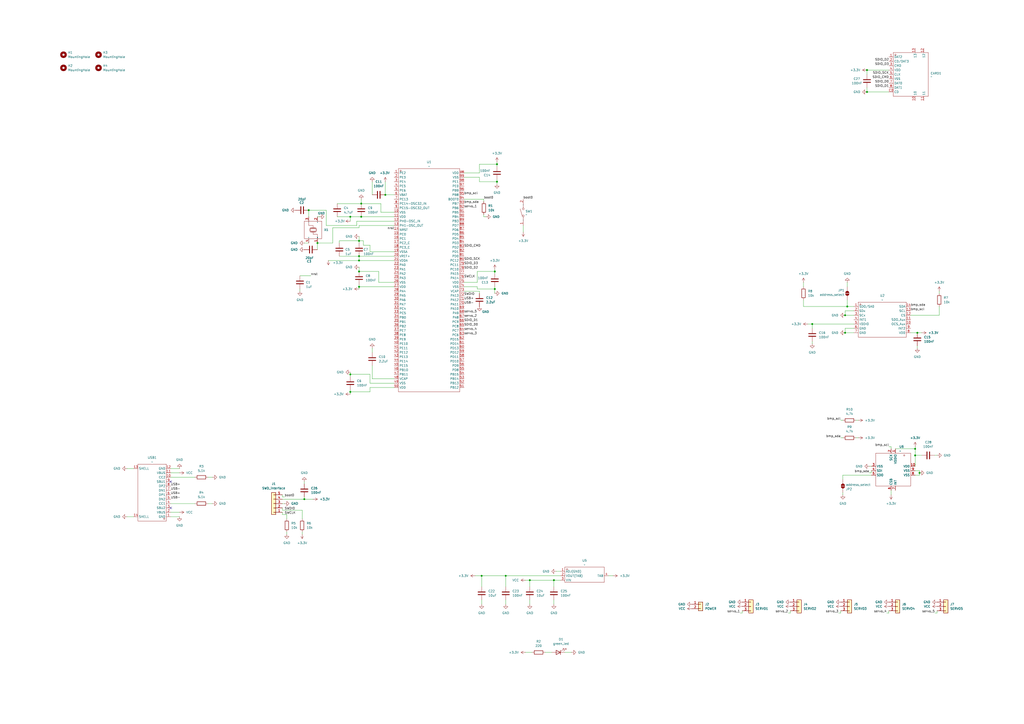
<source format=kicad_sch>
(kicad_sch (version 20231120) (generator "eeschema") (generator_version "8.0")
  (paper "A2")
  (title_block (title "SRS Flight Computer") (date "2024-11-22") (rev "V1"))
  (junction (at 208.28 148.59))
  (junction (at 203.2 227.33))
  (junction (at 533.4 274.32))
  (junction (at 184.15 140.97))
  (junction (at 287.02 157.48))
  (junction (at 279.4 334.01))
  (junction (at 307.34 336.55))
  (junction (at 530.86 264.16))
  (junction (at 288.29 95.25))
  (junction (at 203.2 125.73))
  (junction (at 288.29 105.41))
  (junction (at 490.22 182.88))
  (junction (at 502.92 40.64))
  (junction (at 223.52 113.03))
  (junction (at 293.37 334.01))
  (junction (at 208.28 166.37))
  (junction (at 471.17 187.96))
  (junction (at 208.28 151.13))
  (junction (at 209.55 125.73))
  (junction (at 179.07 121.92))
  (junction (at 208.28 139.7))
  (junction (at 209.55 118.11))
  (junction (at 208.28 157.48))
  (junction (at 502.92 53.34))
  (junction (at 530.86 260.35))
  (junction (at 491.49 177.8))
  (junction (at 203.2 217.17))
  (junction (at 287.02 167.64))
  (junction (at 532.13 193.04))
  (junction (at 490.22 193.04))
  (junction (at 176.53 289.56))
  (junction (at 321.31 336.55))
  (no_connect (at 99.06 294.64))
  (no_connect (at 99.06 279.4))
  (wire (pts (xy 208.28 166.37) (xy 228.6 166.37)))
  (wire (pts (xy 287.02 167.64) (xy 287.02 170.18)))
  (wire (pts (xy 275.59 334.01) (xy 279.4 334.01)))
  (wire (pts (xy 279.4 334.01) (xy 279.4 340.36)))
  (wire (pts (xy 515.62 259.08) (xy 516.89 259.08)))
  (wire (pts (xy 516.89 259.08) (xy 516.89 260.35)))
  (wire (pts (xy 220.98 123.19) (xy 220.98 118.11)))
  (wire (pts (xy 278.13 170.18) (xy 278.13 168.91)))
  (wire (pts (xy 278.13 102.87) (xy 278.13 105.41)))
  (wire (pts (xy 502.92 40.64) (xy 502.92 43.18)))
  (wire (pts (xy 228.6 224.79) (xy 214.63 224.79)))
  (wire (pts (xy 208.28 151.13) (xy 228.6 151.13)))
  (wire (pts (xy 176.53 140.97) (xy 179.07 140.97)))
  (wire (pts (xy 502.92 40.64) (xy 515.62 40.64)))
  (wire (pts (xy 496.57 254) (xy 497.84 254)))
  (wire (pts (xy 491.49 173.99) (xy 491.49 177.8)))
  (wire (pts (xy 193.04 132.08) (xy 208.28 132.08)))
  (wire (pts (xy 543.56 355.6) (xy 543.56 354.33)))
  (wire (pts (xy 491.49 163.83) (xy 491.49 166.37)))
  (wire (pts (xy 287.02 157.48) (xy 287.02 158.75)))
  (wire (pts (xy 196.85 139.7) (xy 196.85 140.97)))
  (wire (pts (xy 208.28 132.08) (xy 208.28 130.81)))
  (wire (pts (xy 487.68 243.84) (xy 488.95 243.84)))
  (wire (pts (xy 196.85 148.59) (xy 208.28 148.59)))
  (wire (pts (xy 173.99 160.02) (xy 180.34 160.02)))
  (wire (pts (xy 487.68 254) (xy 488.95 254)))
  (wire (pts (xy 214.63 146.05) (xy 214.63 142.24)))
  (wire (pts (xy 528.32 193.04) (xy 532.13 193.04)))
  (wire (pts (xy 488.95 287.02) (xy 488.95 285.75)))
  (wire (pts (xy 533.4 275.59) (xy 530.86 275.59)))
  (wire (pts (xy 175.26 295.91) (xy 175.26 300.99)))
  (wire (pts (xy 505.46 275.59) (xy 488.95 275.59)))
  (wire (pts (xy 269.24 100.33) (xy 278.13 100.33)))
  (wire (pts (xy 532.13 200.66) (xy 532.13 201.93)))
  (wire (pts (xy 321.31 336.55) (xy 321.31 340.36)))
  (wire (pts (xy 223.52 113.03) (xy 228.6 113.03)))
  (wire (pts (xy 278.13 100.33) (xy 278.13 95.25)))
  (wire (pts (xy 210.82 142.24) (xy 210.82 139.7)))
  (wire (pts (xy 458.47 355.6) (xy 457.2 355.6)))
  (wire (pts (xy 215.9 201.93) (xy 215.9 204.47)))
  (wire (pts (xy 304.8 336.55) (xy 307.34 336.55)))
  (wire (pts (xy 203.2 125.73) (xy 203.2 128.27)))
  (wire (pts (xy 543.56 355.6) (xy 542.29 355.6)))
  (wire (pts (xy 209.55 115.57) (xy 209.55 118.11)))
  (wire (pts (xy 214.63 142.24) (xy 210.82 142.24)))
  (wire (pts (xy 99.06 299.72) (xy 104.14 299.72)))
  (wire (pts (xy 280.67 124.46) (xy 280.67 125.73)))
  (wire (pts (xy 528.32 182.88) (xy 544.83 182.88)))
  (wire (pts (xy 173.99 167.64) (xy 173.99 168.91)))
  (wire (pts (xy 491.49 177.8) (xy 495.3 177.8)))
  (wire (pts (xy 165.1 288.29) (xy 163.83 288.29)))
  (wire (pts (xy 287.02 156.21) (xy 287.02 157.48)))
  (wire (pts (xy 502.92 50.8) (xy 502.92 53.34)))
  (wire (pts (xy 99.06 276.86) (xy 113.03 276.86)))
  (wire (pts (xy 288.29 96.52) (xy 288.29 95.25)))
  (wire (pts (xy 214.63 217.17) (xy 203.2 217.17)))
  (wire (pts (xy 327.66 378.46) (xy 331.47 378.46)))
  (wire (pts (xy 215.9 219.71) (xy 215.9 212.09)))
  (wire (pts (xy 208.28 148.59) (xy 208.28 151.13)))
  (wire (pts (xy 288.29 105.41) (xy 288.29 104.14)))
  (wire (pts (xy 490.22 182.88) (xy 495.3 182.88)))
  (wire (pts (xy 203.2 226.06) (xy 203.2 227.33)))
  (wire (pts (xy 176.53 289.56) (xy 163.83 289.56)))
  (wire (pts (xy 490.22 190.5) (xy 490.22 193.04)))
  (wire (pts (xy 203.2 217.17) (xy 203.2 218.44)))
  (wire (pts (xy 458.47 355.6) (xy 458.47 354.33)))
  (wire (pts (xy 196.85 139.7) (xy 208.28 139.7)))
  (wire (pts (xy 99.06 297.18) (xy 104.14 297.18)))
  (wire (pts (xy 316.23 378.46) (xy 320.04 378.46)))
  (wire (pts (xy 184.15 140.97) (xy 193.04 140.97)))
  (wire (pts (xy 515.62 355.6) (xy 514.35 355.6)))
  (wire (pts (xy 207.01 128.27) (xy 207.01 130.81)))
  (wire (pts (xy 176.53 279.4) (xy 176.53 280.67)))
  (wire (pts (xy 505.46 274.32) (xy 505.46 273.05)))
  (wire (pts (xy 278.13 95.25) (xy 288.29 95.25)))
  (wire (pts (xy 184.15 140.97) (xy 184.15 144.78)))
  (wire (pts (xy 176.53 288.29) (xy 176.53 289.56)))
  (wire (pts (xy 163.83 298.45) (xy 163.83 297.18)))
  (wire (pts (xy 189.23 130.81) (xy 189.23 121.92)))
  (wire (pts (xy 471.17 187.96) (xy 471.17 190.5)))
  (wire (pts (xy 73.66 299.72) (xy 77.47 299.72)))
  (wire (pts (xy 228.6 219.71) (xy 215.9 219.71)))
  (wire (pts (xy 193.04 140.97) (xy 193.04 132.08)))
  (wire (pts (xy 214.63 222.25) (xy 214.63 217.17)))
  (wire (pts (xy 181.61 289.56) (xy 176.53 289.56)))
  (wire (pts (xy 228.6 148.59) (xy 208.28 148.59)))
  (wire (pts (xy 99.06 274.32) (xy 104.14 274.32)))
  (wire (pts (xy 307.34 347.98) (xy 307.34 350.52)))
  (wire (pts (xy 208.28 137.16) (xy 208.28 139.7)))
  (wire (pts (xy 530.86 259.08) (xy 530.86 260.35)))
  (wire (pts (xy 175.26 308.61) (xy 175.26 309.88)))
  (wire (pts (xy 276.86 163.83) (xy 276.86 157.48)))
  (wire (pts (xy 280.67 115.57) (xy 269.24 115.57)))
  (wire (pts (xy 228.6 146.05) (xy 214.63 146.05)))
  (wire (pts (xy 293.37 334.01) (xy 293.37 340.36)))
  (wire (pts (xy 228.6 128.27) (xy 207.01 128.27)))
  (wire (pts (xy 179.07 121.92) (xy 179.07 125.73)))
  (wire (pts (xy 214.63 224.79) (xy 214.63 227.33)))
  (wire (pts (xy 515.62 355.6) (xy 515.62 354.33)))
  (wire (pts (xy 530.86 264.16) (xy 530.86 270.51)))
  (wire (pts (xy 185.42 125.73) (xy 184.15 125.73)))
  (wire (pts (xy 166.37 298.45) (xy 166.37 300.99)))
  (wire (pts (xy 210.82 139.7) (xy 208.28 139.7)))
  (wire (pts (xy 303.53 130.81) (xy 303.53 134.62)))
  (wire (pts (xy 325.12 336.55) (xy 321.31 336.55)))
  (wire (pts (xy 269.24 163.83) (xy 276.86 163.83)))
  (wire (pts (xy 321.31 347.98) (xy 321.31 350.52)))
  (wire (pts (xy 208.28 166.37) (xy 208.28 167.64)))
  (wire (pts (xy 228.6 123.19) (xy 220.98 123.19)))
  (wire (pts (xy 163.83 288.29) (xy 163.83 287.02)))
  (wire (pts (xy 490.22 193.04) (xy 495.3 193.04)))
  (wire (pts (xy 278.13 168.91) (xy 269.24 168.91)))
  (wire (pts (xy 189.23 121.92) (xy 179.07 121.92)))
  (wire (pts (xy 530.86 264.16) (xy 534.67 264.16)))
  (wire (pts (xy 214.63 227.33) (xy 203.2 227.33)))
  (wire (pts (xy 293.37 334.01) (xy 279.4 334.01)))
  (wire (pts (xy 487.68 355.6) (xy 487.68 354.33)))
  (wire (pts (xy 209.55 125.73) (xy 228.6 125.73)))
  (wire (pts (xy 190.5 151.13) (xy 208.28 151.13)))
  (wire (pts (xy 223.52 105.41) (xy 223.52 113.03)))
  (wire (pts (xy 219.71 163.83) (xy 219.71 157.48)))
  (wire (pts (xy 163.83 295.91) (xy 175.26 295.91)))
  (wire (pts (xy 279.4 347.98) (xy 279.4 350.52)))
  (wire (pts (xy 166.37 308.61) (xy 166.37 309.88)))
  (wire (pts (xy 495.3 190.5) (xy 490.22 190.5)))
  (wire (pts (xy 307.34 336.55) (xy 307.34 340.36)))
  (wire (pts (xy 530.86 273.05) (xy 533.4 273.05)))
  (wire (pts (xy 220.98 118.11) (xy 209.55 118.11)))
  (wire (pts (xy 215.9 105.41) (xy 215.9 113.03)))
  (wire (pts (xy 430.53 355.6) (xy 429.26 355.6)))
  (wire (pts (xy 533.4 273.05) (xy 533.4 274.32)))
  (wire (pts (xy 496.57 243.84) (xy 497.84 243.84)))
  (wire (pts (xy 322.58 331.47) (xy 325.12 331.47)))
  (wire (pts (xy 504.19 274.32) (xy 505.46 274.32)))
  (wire (pts (xy 276.86 166.37) (xy 269.24 166.37)))
  (wire (pts (xy 468.63 187.96) (xy 471.17 187.96)))
  (wire (pts (xy 120.65 276.86) (xy 123.19 276.86)))
  (wire (pts (xy 203.2 215.9) (xy 203.2 217.17)))
  (wire (pts (xy 99.06 271.78) (xy 104.14 271.78)))
  (wire (pts (xy 491.49 177.8) (xy 466.09 177.8)))
  (wire (pts (xy 502.92 53.34) (xy 515.62 53.34)))
  (wire (pts (xy 504.19 270.51) (xy 505.46 270.51)))
  (wire (pts (xy 293.37 347.98) (xy 293.37 350.52)))
  (wire (pts (xy 532.13 193.04) (xy 534.67 193.04)))
  (wire (pts (xy 519.43 260.35) (xy 530.86 260.35)))
  (wire (pts (xy 280.67 125.73) (xy 281.94 125.73)))
  (wire (pts (xy 195.58 118.11) (xy 209.55 118.11)))
  (wire (pts (xy 208.28 154.94) (xy 208.28 157.48)))
  (wire (pts (xy 288.29 106.68) (xy 288.29 105.41)))
  (wire (pts (xy 287.02 167.64) (xy 287.02 166.37)))
  (wire (pts (xy 269.24 102.87) (xy 278.13 102.87)))
  (wire (pts (xy 542.29 264.16) (xy 543.56 264.16)))
  (wire (pts (xy 430.53 355.6) (xy 430.53 354.33)))
  (wire (pts (xy 208.28 139.7) (xy 208.28 140.97)))
  (wire (pts (xy 488.95 275.59) (xy 488.95 278.13)))
  (wire (pts (xy 99.06 292.1) (xy 113.03 292.1)))
  (wire (pts (xy 533.4 274.32) (xy 533.4 275.59)))
  (wire (pts (xy 278.13 105.41) (xy 288.29 105.41)))
  (wire (pts (xy 203.2 227.33) (xy 203.2 228.6)))
  (wire (pts (xy 325.12 334.01) (xy 293.37 334.01)))
  (wire (pts (xy 163.83 298.45) (xy 166.37 298.45)))
  (wire (pts (xy 276.86 167.64) (xy 287.02 167.64)))
  (wire (pts (xy 203.2 125.73) (xy 209.55 125.73)))
  (wire (pts (xy 280.67 115.57) (xy 280.67 116.84)))
  (wire (pts (xy 530.86 260.35) (xy 530.86 264.16)))
  (wire (pts (xy 288.29 95.25) (xy 288.29 93.98)))
  (wire (pts (xy 208.28 130.81) (xy 228.6 130.81)))
  (wire (pts (xy 490.22 180.34) (xy 495.3 180.34)))
  (wire (pts (xy 487.68 355.6) (xy 486.41 355.6)))
  (wire (pts (xy 120.65 292.1) (xy 123.19 292.1)))
  (wire (pts (xy 466.09 177.8) (xy 466.09 173.99)))
  (wire (pts (xy 471.17 187.96) (xy 495.3 187.96)))
  (wire (pts (xy 490.22 180.34) (xy 490.22 182.88)))
  (wire (pts (xy 195.58 125.73) (xy 203.2 125.73)))
  (wire (pts (xy 544.83 182.88) (xy 544.83 177.8)))
  (wire (pts (xy 304.8 378.46) (xy 308.61 378.46)))
  (wire (pts (xy 163.83 295.91) (xy 163.83 294.64)))
  (wire (pts (xy 321.31 336.55) (xy 307.34 336.55)))
  (wire (pts (xy 228.6 222.25) (xy 214.63 222.25)))
  (wire (pts (xy 353.06 334.01) (xy 355.6 334.01)))
  (wire (pts (xy 466.09 163.83) (xy 466.09 166.37)))
  (wire (pts (xy 165.1 292.1) (xy 163.83 292.1)))
  (wire (pts (xy 228.6 163.83) (xy 219.71 163.83)))
  (wire (pts (xy 73.66 271.78) (xy 77.47 271.78)))
  (wire (pts (xy 208.28 165.1) (xy 208.28 166.37)))
  (wire (pts (xy 276.86 167.64) (xy 276.86 166.37)))
  (wire (pts (xy 207.01 130.81) (xy 189.23 130.81)))
  (wire (pts (xy 471.17 198.12) (xy 471.17 199.39)))
  (wire (pts (xy 219.71 157.48) (xy 208.28 157.48)))
  (wire (pts (xy 276.86 157.48) (xy 287.02 157.48)))
  (wire (pts (xy 544.83 168.91) (xy 544.83 170.18)))
  (wire (pts (xy 516.89 284.48) (xy 516.89 287.02)))
  (label "nrst" (at 180.34 160.02 0))
  (label "USB-" (at 269.24 176.53 0))
  (label "SDIO_D0" (at 515.62 48.26 180))
  (label "SDIO_D3" (at 269.24 153.67 0))
  (label "USB+" (at 269.24 173.99 0))
  (label "bmp_scl" (at 528.32 180.34 0))
  (label "servo_1" (at 269.24 120.65 0))
  (label "SWDIO" (at 269.24 171.45 0))
  (label "bmp_scl" (at 515.62 259.08 180))
  (label "SWDIO" (at 165.1 295.91 0))
  (label "SWCLK" (at 269.24 161.29 0))
  (label "servo_2" (at 457.2 355.6 180))
  (label "servo_4" (at 514.35 355.6 180))
  (label "SDIO_D2" (at 269.24 156.21 0))
  (label "USB+" (at 99.06 287.02 0))
  (label "SDIO_SCK" (at 515.62 43.18 180))
  (label "servo_3" (at 269.24 194.31 0))
  (label "bmp_sda" (at 487.68 254 180))
  (label "servo_5" (at 269.24 181.61 0))
  (label "SDIO_D2" (at 515.62 35.56 180))
  (label "SWCLK" (at 165.1 298.45 0))
  (label "boot0" (at 165.1 288.29 0))
  (label "bmp_sda" (at 504.19 274.32 180))
  (label "servo_2" (at 269.24 184.15 0))
  (label "servo_3" (at 486.41 355.6 180))
  (label "USB-" (at 99.06 289.56 0))
  (label "USB+" (at 99.06 281.94 0))
  (label "SDIO_D1" (at 269.24 186.69 0))
  (label "boot0" (at 303.53 115.57 0))
  (label "servo_1" (at 429.26 355.6 180))
  (label "SDIO_CMD" (at 515.62 45.72 180))
  (label "SDIO_D0" (at 269.24 189.23 0))
  (label "bmp_scl" (at 269.24 113.03 0))
  (label "SDIO_SCK" (at 269.24 151.13 0))
  (label "bmp_sda" (at 528.32 177.8 0))
  (label "servo_4" (at 269.24 191.77 0))
  (label "USB-" (at 99.06 284.48 0))
  (label "SDIO_CMD" (at 269.24 143.51 0))
  (label "nrst" (at 228.6 133.35 180))
  (label "bmp_sda" (at 269.24 118.11 0))
  (label "bmp_scl" (at 487.68 243.84 180))
  (label "SDIO_D1" (at 515.62 50.8 180))
  (label "servo_5" (at 542.29 355.6 180))
  (label "boot0" (at 280.67 115.57 0))
  (label "SDIO_D3" (at 515.62 38.1 180))
  (symbol (lib_id "power:VCC") (at 515.62 351.79 90) (unit 1)
    (property "Reference" "#PWR076" (effects (hide yes)))
    (property "Value" "VCC" (at 511.81 351.7899 90) (effects (justify left)))
    (property "Description" "Power symbol creates a global label with name \"VCC\"" (effects (hide yes)))
  )
  (symbol (lib_id "power:GND") (at 281.94 125.73 90) (unit 1)
    (property "Reference" "#PWR018" (effects (hide yes)))
    (property "Value" "GND" (at 285.75 125.7299 90) (effects (justify right)))
    (property "Description" "Power symbol creates a global label with name \"GND\" , ground" (effects (hide yes)))
  )
  (symbol (lib_id "power:+3.3V") (at 516.89 287.02 180) (unit 1)
    (property "Reference" "#PWR069" (effects (hide yes)))
    (property "Value" "+3.3V" (at 516.89 292.1 0))
    (property "Description" "Power symbol creates a global label with name \"+3.3V\"" (effects (hide yes)))
  )
  (symbol (lib_id "power:GND") (at 185.42 125.73 90) (unit 1)
    (property "Reference" "#PWR05" (effects (hide yes)))
    (property "Value" "GND" (at 184.404 123.698 90) (effects (justify right)))
    (property "Description" "Power symbol creates a global label with name \"GND\" , ground" (effects (hide yes)))
  )
  (symbol (lib_id "LSM6DSOWTR:LSM6DSOWTR") (at 511.81 185.42 0) (unit 1)
    (property "Reference" "U2" (at 511.81 171.45 0))
    (property "Value" "~" (at 511.81 173.99 0))
    (property "Footprint" "LSM6DSOWTR:LGA-14L_L3.0-W2.5-P0.50-TL" (effects (hide yes)))
    (property "Datasheet" "https://atta.szlcsc.com/upload/public/pdf/source/20230412/FD6F226AC58BB77B57FDA28B11AEF599.pdf" (effects (hide yes)))
    (property "Manufacturer Part" "LSM6DSOWTR" (effects (hide yes)))
    (property "Manufacturer" "ST(意法半导体)" (effects (hide yes)))
    (property "Supplier Part" "C2829074" (effects (hide yes)))
    (property "Supplier" "LCSC" (effects (hide yes)))
    (property "LCSC Part Name" "LSM6DSOWTR" (effects (hide yes)))
  )
  (symbol (lib_id "Device:C") (at 208.28 161.29 180) (unit 1)
    (property "Reference" "C8" (at 212.09 160.0199 0) (effects (justify right)))
    (property "Value" "100nF" (at 212.09 162.5599 0) (effects (justify right)))
    (property "Footprint" "Capacitor_SMD:C_0402_1005Metric" (effects (hide yes)))
    (property "Description" "Unpolarized capacitor" (effects (hide yes)))
  )
  (symbol (lib_id "power:GND") (at 533.4 274.32 90) (unit 1)
    (property "Reference" "#PWR065" (effects (hide yes)))
    (property "Value" "GND" (at 537.21 274.3199 90) (effects (justify right)))
    (property "Description" "Power symbol creates a global label with name \"GND\" , ground" (effects (hide yes)))
  )
  (symbol (lib_id "power:GND") (at 458.47 349.25 270) (unit 1)
    (property "Reference" "#PWR074" (effects (hide yes)))
    (property "Value" "GND" (at 454.66 349.2499 90) (effects (justify right)))
    (property "Description" "Power symbol creates a global label with name \"GND\" , ground" (effects (hide yes)))
  )
  (symbol (lib_id "power:+3.3V") (at 544.83 168.91 0) (unit 1)
    (property "Reference" "#PWR034" (effects (hide yes)))
    (property "Value" "+3.3V" (at 544.83 163.83 0))
    (property "Description" "Power symbol creates a global label with name \"+3.3V\"" (effects (hide yes)))
  )
  (symbol (lib_id "power:GND") (at 215.9 105.41 180) (unit 1)
    (property "Reference" "#PWR014" (effects (hide yes)))
    (property "Value" "GND" (at 215.9 100.33 0))
    (property "Description" "Power symbol creates a global label with name \"GND\" , ground" (effects (hide yes)))
  )
  (symbol (lib_id "power:+3.3V") (at 287.02 156.21 0) (unit 1)
    (property "Reference" "#PWR019" (effects (hide yes)))
    (property "Value" "+3.3V" (at 287.02 151.13 0))
    (property "Description" "Power symbol creates a global label with name \"+3.3V\"" (effects (hide yes)))
  )
  (symbol (lib_id "power:+3.3V") (at 468.63 187.96 90) (unit 1)
    (property "Reference" "#PWR039" (effects (hide yes)))
    (property "Value" "+3.3V" (at 464.82 187.9599 90) (effects (justify left)))
    (property "Description" "Power symbol creates a global label with name \"+3.3V\"" (effects (hide yes)))
  )
  (symbol (lib_id "power:GND") (at 104.14 299.72 0) (unit 1)
    (property "Reference" "#PWR031" (effects (hide yes)))
    (property "Value" "GND" (at 104.14 304.8 0))
    (property "Description" "Power symbol creates a global label with name \"GND\" , ground" (effects (hide yes)))
  )
  (symbol (lib_id "power:GND") (at 279.4 350.52 0) (unit 1)
    (property "Reference" "#PWR051" (effects (hide yes)))
    (property "Value" "GND" (at 279.4 355.6 0))
    (property "Description" "Power symbol creates a global label with name \"GND\" , ground" (effects (hide yes)))
  )
  (symbol (lib_id "Device:C") (at 180.34 144.78 270) (unit 1)
    (property "Reference" "C3" (at 179.324 151.638 90))
    (property "Value" "20pF" (at 179.578 149.606 90))
    (property "Footprint" "Capacitor_SMD:C_0402_1005Metric" (effects (hide yes)))
    (property "Description" "Unpolarized capacitor" (effects (hide yes)))
  )
  (symbol (lib_id "power:+3.3V") (at 530.86 259.08 0) (unit 1)
    (property "Reference" "#PWR067" (effects (hide yes)))
    (property "Value" "+3.3V" (at 530.86 254 0))
    (property "Description" "Power symbol creates a global label with name \"+3.3V\"" (effects (hide yes)))
  )
  (symbol (lib_id "power:VCC") (at 458.47 351.79 90) (unit 1)
    (property "Reference" "#PWR075" (effects (hide yes)))
    (property "Value" "VCC" (at 454.66 351.7899 90) (effects (justify left)))
    (property "Description" "Power symbol creates a global label with name \"VCC\"" (effects (hide yes)))
  )
  (symbol (lib_id "Device:C") (at 203.2 222.25 180) (unit 1)
    (property "Reference" "C6" (at 207.01 220.9799 0) (effects (justify right)))
    (property "Value" "100nF" (at 207.01 223.5199 0) (effects (justify right)))
    (property "Footprint" "Capacitor_SMD:C_0402_1005Metric" (effects (hide yes)))
    (property "Description" "Unpolarized capacitor" (effects (hide yes)))
  )
  (symbol (lib_id "Device:R") (at 492.76 254 270) (unit 1)
    (property "Reference" "R9" (at 492.76 247.65 90))
    (property "Value" "4.7k" (at 492.76 250.19 90))
    (property "Footprint" "Resistor_SMD:R_0402_1005Metric" (effects (hide yes)))
    (property "Description" "Resistor" (effects (hide yes)))
  )
  (symbol (lib_id "Device:C") (at 293.37 344.17 0) (unit 1)
    (property "Reference" "C23" (at 297.18 342.8999 0) (effects (justify left)))
    (property "Value" "100nF" (at 297.18 345.4399 0) (effects (justify left)))
    (property "Footprint" "Capacitor_SMD:C_0402_1005Metric" (effects (hide yes)))
    (property "Description" "Unpolarized capacitor" (effects (hide yes)))
  )
  (symbol (lib_id "power:GND") (at 288.29 106.68 0) (unit 1)
    (property "Reference" "#PWR022" (effects (hide yes)))
    (property "Value" "GND" (at 288.29 111.76 0))
    (property "Description" "Power symbol creates a global label with name \"GND\" , ground" (effects (hide yes)))
  )
  (symbol (lib_id "Jumper:SolderJumper_2_Open") (at 491.49 170.18 90) (unit 1) (exclude_from_sim yes) (in_bom no)
    (property "Reference" "JP1" (at 486.156 168.402 90) (effects (justify right)))
    (property "Value" "address_select" (at 475.488 170.942 90) (effects (justify right)))
    (property "Footprint" "Jumper:SolderJumper-2_P1.3mm_Open_RoundedPad1.0x1.5mm" (effects (hide yes)))
    (property "Description" "Solder Jumper, 2-pole, open" (effects (hide yes)))
  )
  (symbol (lib_id "power:+3.3V") (at 304.8 378.46 90) (unit 1)
    (property "Reference" "#PWR024" (effects (hide yes)))
    (property "Value" "+3.3V" (at 300.99 378.4599 90) (effects (justify left)))
    (property "Description" "Power symbol creates a global label with name \"+3.3V\"" (effects (hide yes)))
  )
  (symbol (lib_id "power:GND") (at 307.34 350.52 0) (unit 1)
    (property "Reference" "#PWR054" (effects (hide yes)))
    (property "Value" "GND" (at 307.34 355.6 0))
    (property "Description" "Power symbol creates a global label with name \"GND\" , ground" (effects (hide yes)))
  )
  (symbol (lib_id "power:GND") (at 208.28 137.16 270) (unit 1)
    (property "Reference" "#PWR010" (effects (hide yes)))
    (property "Value" "GND" (at 204.47 137.1599 90) (effects (justify right)))
    (property "Description" "Power symbol creates a global label with name \"GND\" , ground" (effects (hide yes)))
  )
  (symbol (lib_id "Device:R") (at 492.76 243.84 270) (unit 1)
    (property "Reference" "R10" (at 492.76 237.49 90))
    (property "Value" "4.7k" (at 492.76 240.03 90))
    (property "Footprint" "Resistor_SMD:R_0402_1005Metric" (effects (hide yes)))
    (property "Description" "Resistor" (effects (hide yes)))
  )
  (symbol (lib_id "power:GND") (at 502.92 53.34 270) (unit 1)
    (property "Reference" "#PWR064" (effects (hide yes)))
    (property "Value" "GND" (at 499.11 53.3399 90) (effects (justify right)))
    (property "Description" "Power symbol creates a global label with name \"GND\" , ground" (effects (hide yes)))
  )
  (symbol (lib_id "power:GND") (at 123.19 292.1 90) (unit 1)
    (property "Reference" "#PWR033" (effects (hide yes)))
    (property "Value" "GND" (at 127 292.0999 90) (effects (justify right)))
    (property "Description" "Power symbol creates a global label with name \"GND\" , ground" (effects (hide yes)))
  )
  (symbol (lib_id "Device:C") (at 219.71 113.03 90) (unit 1)
    (property "Reference" "C11" (at 219.71 105.41 90))
    (property "Value" "100nF" (at 219.71 107.95 90))
    (property "Footprint" "Capacitor_SMD:C_0402_1005Metric" (effects (hide yes)))
    (property "Description" "Unpolarized capacitor" (effects (hide yes)))
  )
  (symbol (lib_id "power:GND") (at 287.02 170.18 90) (unit 1)
    (property "Reference" "#PWR020" (effects (hide yes)))
    (property "Value" "GND" (at 290.83 170.1799 90) (effects (justify right)))
    (property "Description" "Power symbol creates a global label with name \"GND\" , ground" (effects (hide yes)))
  )
  (symbol (lib_id "Device:R") (at 116.84 292.1 90) (unit 1)
    (property "Reference" "R4" (at 116.84 285.75 90))
    (property "Value" "5.1k" (at 116.84 288.29 90))
    (property "Footprint" "Resistor_SMD:R_0402_1005Metric" (effects (hide yes)))
    (property "Description" "Resistor" (effects (hide yes)))
  )
  (symbol (lib_id "power:+3.3V") (at 223.52 105.41 0) (unit 1)
    (property "Reference" "#PWR016" (effects (hide yes)))
    (property "Value" "+3.3V" (at 220.218 100.33 0) (effects (justify left)))
    (property "Description" "Power symbol creates a global label with name \"+3.3V\"" (effects (hide yes)))
  )
  (symbol (lib_id "power:+3.3V") (at 203.2 228.6 90) (unit 1)
    (property "Reference" "#PWR09" (effects (hide yes)))
    (property "Value" "+3.3V" (at 199.39 228.5999 90) (effects (justify left)))
    (property "Description" "Power symbol creates a global label with name \"+3.3V\"" (effects (hide yes)))
  )
  (symbol (lib_id "Mechanical:MountingHole") (at 57.15 31.75 0) (unit 1) (exclude_from_sim yes) (in_bom no)
    (property "Reference" "H3" (at 59.69 30.4799 0) (effects (justify left)))
    (property "Value" "MountingHole" (at 59.69 33.0199 0) (effects (justify left)))
    (property "Footprint" "MountingHole:MountingHole_4.3mm_M4_DIN965_Pad" (effects (hide yes)))
    (property "Description" "Mounting Hole without connection" (effects (hide yes)))
  )
  (symbol (lib_id "power:VCC") (at 430.53 351.79 90) (unit 1)
    (property "Reference" "#PWR073" (effects (hide yes)))
    (property "Value" "VCC" (at 426.72 351.7899 90) (effects (justify left)))
    (property "Description" "Power symbol creates a global label with name \"VCC\"" (effects (hide yes)))
  )
  (symbol (lib_id "Device:C") (at 532.13 196.85 180) (unit 1)
    (property "Reference" "C15" (at 535.94 195.5799 0) (effects (justify right)))
    (property "Value" "100nF" (at 535.94 198.1199 0) (effects (justify right)))
    (property "Footprint" "Capacitor_SMD:C_0402_1005Metric" (effects (hide yes)))
    (property "Description" "Unpolarized capacitor" (effects (hide yes)))
  )
  (symbol (lib_id "Connector_Generic:Conn_01x02") (at 406.4 350.52 0) (unit 1)
    (property "Reference" "J2" (at 408.94 350.5199 0) (effects (justify left)))
    (property "Value" "POWER" (at 408.94 353.0599 0) (effects (justify left)))
    (property "Footprint" "Connector_PinHeader_2.54mm:PinHeader_1x02_P2.54mm_Vertical" (effects (hide yes)))
    (property "Description" "Generic connector, single row, 01x02, script generated (kicad-library-utils/schlib/autogen/connector/)" (effects (hide yes)))
  )
  (symbol (lib_id "power:GND") (at 73.66 271.78 270) (unit 1)
    (property "Reference" "#PWR026" (effects (hide yes)))
    (property "Value" "GND" (at 69.85 271.7799 90) (effects (justify right)))
    (property "Description" "Power symbol creates a global label with name \"GND\" , ground" (effects (hide yes)))
  )
  (symbol (lib_id "power:+3.3V") (at 190.5 151.13 180) (unit 1)
    (property "Reference" "#PWR06" (effects (hide yes)))
    (property "Value" "+3.3V" (at 193.04 152.3999 0) (effects (justify right)))
    (property "Description" "Power symbol creates a global label with name \"+3.3V\"" (effects (hide yes)))
  )
  (symbol (lib_id "Device:C") (at 502.92 46.99 180) (unit 1)
    (property "Reference" "C27" (at 495.046 45.72 0) (effects (justify right)))
    (property "Value" "100nF" (at 494.03 48.26 0) (effects (justify right)))
    (property "Footprint" "Capacitor_SMD:C_0402_1005Metric" (effects (hide yes)))
    (property "Description" "Unpolarized capacitor" (effects (hide yes)))
  )
  (symbol (lib_id "power:+3.3V") (at 208.28 167.64 90) (unit 1)
    (property "Reference" "#PWR012" (effects (hide yes)))
    (property "Value" "+3.3V" (at 204.47 167.6399 90) (effects (justify left)))
    (property "Description" "Power symbol creates a global label with name \"+3.3V\"" (effects (hide yes)))
  )
  (symbol (lib_id "Device:C") (at 471.17 194.31 0) (unit 1)
    (property "Reference" "C16" (at 474.98 193.0399 0) (effects (justify left)))
    (property "Value" "100nF" (at 474.98 195.5799 0) (effects (justify left)))
    (property "Footprint" "Capacitor_SMD:C_0402_1005Metric" (effects (hide yes)))
    (property "Description" "Unpolarized capacitor" (effects (hide yes)))
  )
  (symbol (lib_id "Connector_Generic:Conn_01x03") (at 492.76 351.79 0) (unit 1)
    (property "Reference" "J5" (at 495.3 350.5199 0) (effects (justify left)))
    (property "Value" "SERVO3" (at 495.3 353.0599 0) (effects (justify left)))
    (property "Footprint" "Connector_PinHeader_2.54mm:PinHeader_1x03_P2.54mm_Vertical" (effects (hide yes)))
    (property "Description" "Generic connector, single row, 01x03, script generated (kicad-library-utils/schlib/autogen/connector/)" (effects (hide yes)))
  )
  (symbol (lib_id "power:VCC") (at 401.32 353.06 90) (unit 1)
    (property "Reference" "#PWR053" (effects (hide yes)))
    (property "Value" "VCC" (at 397.51 353.0599 90) (effects (justify left)))
    (property "Description" "Power symbol creates a global label with name \"VCC\"" (effects (hide yes)))
  )
  (symbol (lib_id "Device:R") (at 116.84 276.86 90) (unit 1)
    (property "Reference" "R3" (at 116.84 270.51 90))
    (property "Value" "5.1k" (at 116.84 273.05 90))
    (property "Footprint" "Resistor_SMD:R_0402_1005Metric" (effects (hide yes)))
    (property "Description" "Resistor" (effects (hide yes)))
  )
  (symbol (lib_id "Mechanical:MountingHole") (at 36.83 39.37 0) (unit 1) (exclude_from_sim yes) (in_bom no)
    (property "Reference" "H2" (at 39.37 38.0999 0) (effects (justify left)))
    (property "Value" "MountingHole" (at 39.37 40.6399 0) (effects (justify left)))
    (property "Footprint" "MountingHole:MountingHole_4.3mm_M4_DIN965_Pad" (effects (hide yes)))
    (property "Description" "Mounting Hole without connection" (effects (hide yes)))
  )
  (symbol (lib_id "Device:LED") (at 323.85 378.46 180) (unit 1)
    (property "Reference" "D1" (at 325.4375 370.84 0))
    (property "Value" "green_led" (at 325.4375 373.38 0))
    (property "Footprint" "LED_SMD:LED_0603_1608Metric" (effects (hide yes)))
    (property "Description" "Light emitting diode" (effects (hide yes)))
  )
  (symbol (lib_id "power:+3.3V") (at 175.26 309.88 180) (unit 1)
    (property "Reference" "#PWR060" (effects (hide yes)))
    (property "Value" "+3.3V" (at 175.26 314.96 0))
    (property "Description" "Power symbol creates a global label with name \"+3.3V\"" (effects (hide yes)))
  )
  (symbol (lib_id "Mechanical:MountingHole") (at 57.15 39.37 0) (unit 1) (exclude_from_sim yes) (in_bom no)
    (property "Reference" "H4" (at 59.69 38.0999 0) (effects (justify left)))
    (property "Value" "MountingHole" (at 59.69 40.6399 0) (effects (justify left)))
    (property "Footprint" "MountingHole:MountingHole_4.3mm_M4_DIN965_Pad" (effects (hide yes)))
    (property "Description" "Mounting Hole without connection" (effects (hide yes)))
  )
  (symbol (lib_id "Device:C") (at 176.53 284.48 180) (unit 1)
    (property "Reference" "C26" (at 180.34 283.2099 0) (effects (justify right)))
    (property "Value" "100nF" (at 180.34 285.7499 0) (effects (justify right)))
    (property "Footprint" "Capacitor_SMD:C_0402_1005Metric" (effects (hide yes)))
    (property "Description" "Unpolarized capacitor" (effects (hide yes)))
  )
  (symbol (lib_id "power:GND") (at 322.58 331.47 270) (unit 1)
    (property "Reference" "#PWR056" (effects (hide yes)))
    (property "Value" "GND" (at 318.77 331.4699 90) (effects (justify right)))
    (property "Description" "Power symbol creates a global label with name \"GND\" , ground" (effects (hide yes)))
  )
  (symbol (lib_id "power:+3.3V") (at 303.53 134.62 180) (unit 1)
    (property "Reference" "#PWR023" (effects (hide yes)))
    (property "Value" "+3.3V" (at 303.53 139.7 0))
    (property "Description" "Power symbol creates a global label with name \"+3.3V\"" (effects (hide yes)))
  )
  (symbol (lib_id "Device:C") (at 279.4 344.17 0) (unit 1)
    (property "Reference" "C22" (at 283.21 342.8999 0) (effects (justify left)))
    (property "Value" "10uF" (at 283.21 345.4399 0) (effects (justify left)))
    (property "Footprint" "Capacitor_SMD:C_0402_1005Metric" (effects (hide yes)))
    (property "Description" "Unpolarized capacitor" (effects (hide yes)))
  )
  (symbol (lib_id "power:GND") (at 278.13 177.8 0) (unit 1)
    (property "Reference" "#PWR017" (effects (hide yes)))
    (property "Value" "GND" (at 281.686 180.848 0))
    (property "Description" "Power symbol creates a global label with name \"GND\" , ground" (effects (hide yes)))
  )
  (symbol (lib_id "power:GND") (at 515.62 349.25 270) (unit 1)
    (property "Reference" "#PWR049" (effects (hide yes)))
    (property "Value" "GND" (at 511.81 349.2499 90) (effects (justify right)))
    (property "Description" "Power symbol creates a global label with name \"GND\" , ground" (effects (hide yes)))
  )
  (symbol (lib_id "AMS1117-3.3:AMS1117-3.3_C347222") (at 340.36 334.01 0) (unit 1)
    (property "Reference" "U5" (at 339.09 325.12 0))
    (property "Value" "~" (at 339.09 327.66 0))
    (property "Footprint" "AMS1117-3.3:SOT-223-4_L6.5-W3.5-P2.30-LS7.0-BR" (effects (hide yes)))
    (property "Datasheet" "https://atta.szlcsc.com/upload/public/pdf/source/20231109/155D79A26D9DB04352555A58D5969DC8.pdf" (effects (hide yes)))
    (property "Description" "Output Type: Maximum Input Voltage:12V Output Voltage:3.3V Output Voltage:3.3V MAX Output Current:1A Power Supply Rejection Ratio (PSRR):60dB@(120Hz) Dropout Voltage:1.3V@(1A) standby current:- Noise:- Feature:- Operating Temperature:- Operating Temperatu" (effects (hide yes)))
    (property "Manufacturer Part" "AMS1117-3.3" (effects (hide yes)))
    (property "Manufacturer" "UMW(友台半导体)" (effects (hide yes)))
    (property "Supplier Part" "C347222" (effects (hide yes)))
    (property "Supplier" "LCSC" (effects (hide yes)))
    (property "LCSC Part Name" "输出:3.3V 电流:1A 耐压:12V" (effects (hide yes)))
  )
  (symbol (lib_id "power:+3.3V") (at 181.61 289.56 270) (unit 1)
    (property "Reference" "#PWR062" (effects (hide yes)))
    (property "Value" "+3.3V" (at 185.42 289.5599 90) (effects (justify left)))
    (property "Description" "Power symbol creates a global label with name \"+3.3V\"" (effects (hide yes)))
  )
  (symbol (lib_id "Device:R") (at 312.42 378.46 270) (unit 1)
    (property "Reference" "R2" (at 312.42 372.11 90))
    (property "Value" "220" (at 312.42 374.65 90))
    (property "Footprint" "Resistor_SMD:R_0402_1005Metric" (effects (hide yes)))
    (property "Description" "Resistor" (effects (hide yes)))
  )
  (symbol (lib_id "power:GND") (at 173.99 168.91 0) (unit 1)
    (property "Reference" "#PWR02" (effects (hide yes)))
    (property "Value" "GND" (at 173.99 173.99 0))
    (property "Description" "Power symbol creates a global label with name \"GND\" , ground" (effects (hide yes)))
  )
  (symbol (lib_id "Connector_Generic:Conn_01x03") (at 463.55 351.79 0) (unit 1)
    (property "Reference" "J4" (at 466.09 350.5199 0) (effects (justify left)))
    (property "Value" "SERVO2" (at 466.09 353.0599 0) (effects (justify left)))
    (property "Footprint" "Connector_PinHeader_2.54mm:PinHeader_1x03_P2.54mm_Vertical" (effects (hide yes)))
    (property "Description" "Generic connector, single row, 01x03, script generated (kicad-library-utils/schlib/autogen/connector/)" (effects (hide yes)))
  )
  (symbol (lib_id "power:GND") (at 401.32 350.52 270) (unit 1)
    (property "Reference" "#PWR071" (effects (hide yes)))
    (property "Value" "GND" (at 397.51 350.5199 90) (effects (justify right)))
    (property "Description" "Power symbol creates a global label with name \"GND\" , ground" (effects (hide yes)))
  )
  (symbol (lib_id "power:+3.3V") (at 534.67 193.04 270) (unit 1)
    (property "Reference" "#PWR037" (effects (hide yes)))
    (property "Value" "+3.3V" (at 538.48 193.0399 90) (effects (justify left)))
    (property "Description" "Power symbol creates a global label with name \"+3.3V\"" (effects (hide yes)))
  )
  (symbol (lib_id "power:GND") (at 171.45 121.92 270) (unit 1)
    (property "Reference" "#PWR01" (effects (hide yes)))
    (property "Value" "GND" (at 167.64 121.9199 90) (effects (justify right)))
    (property "Description" "Power symbol creates a global label with name \"GND\" , ground" (effects (hide yes)))
  )
  (symbol (lib_id "Device:C") (at 195.58 121.92 0) (unit 1)
    (property "Reference" "C4" (at 199.39 120.6499 0) (effects (justify left)))
    (property "Value" "4.7uF" (at 199.39 123.1899 0) (effects (justify left)))
    (property "Footprint" "Capacitor_SMD:C_0402_1005Metric" (effects (hide yes)))
    (property "Description" "Unpolarized capacitor" (effects (hide yes)))
  )
  (symbol (lib_id "power:GND") (at 488.95 287.02 0) (unit 1)
    (property "Reference" "#PWR079" (effects (hide yes)))
    (property "Value" "GND" (at 488.95 292.1 0))
    (property "Description" "Power symbol creates a global label with name \"GND\" , ground" (effects (hide yes)))
  )
  (symbol (lib_id "X322525MSB4SI:X322525MSB4SI") (at 181.61 133.35 90) (unit 1)
    (property "Reference" "X1" (at 187.96 133.3499 90) (effects (justify right)))
    (property "Value" "25MHz" (effects (hide yes)))
    (property "Footprint" "X322525MSB4SI:OSC-SMD_4P-L3.2-W2.5-BL" (effects (hide yes)))
    (property "Datasheet" "https://atta.szlcsc.com/upload/public/pdf/source/20240329/19D5F850207469550BEB00D7DFEDBC7A.pdf" (effects (hide yes)))
    (property "Description" "Crystal Type:Surface Mount Crystal Frequency: Normal temperature Frequency Tolerance:±10ppm Normal temperature Frequency Tolerance:±10ppm External load capacitor: Frequency Stability(Full temperature range):±20ppm Frequency Stability(Full temperature rang" (effects (hide yes)))
    (property "Manufacturer Part" "X322525MSB4SI" (effects (hide yes)))
    (property "Manufacturer" "YXC(扬兴晶振)" (effects (hide yes)))
    (property "Supplier Part" "C13740" (effects (hide yes)))
    (property "Supplier" "LCSC" (effects (hide yes)))
    (property "LCSC Part Name" "25MHz ±10ppm 20pF" (effects (hide yes)))
  )
  (symbol (lib_id "TYPE-16-C:TYPE-C 16PIN 2MD(073)") (at 87.63 285.75 180) (unit 1)
    (property "Reference" "USB1" (at 88.265 265.43 0))
    (property "Value" "~" (at 88.265 267.97 0))
    (property "Footprint" "TYPE-16-C:USB-C-SMD_TYPE-C-6PIN-2MD-073" (effects (hide yes)))
    (property "Datasheet" "https://atta.szlcsc.com/upload/public/pdf/source/20211123/39B17C16241EAC15C5E277BDA434118E.pdf" (effects (hide yes)))
    (property "Description" "Connector Type:Type-C Standard:USB 3.1 Gender:Female Mounting Style:Horizontal attachment Number of Contacts:16P Number of Ports:1 Current Rating - Power (Max):5A Operating Temperature Range:-25°C~+85°C Operating Temperature Range:-25°C~+85°C Rated Voltage (M" (effects (hide yes)))
    (property "Manufacturer Part" "TYPE-C 16PIN 2MD(073)" (effects (hide yes)))
    (property "Manufacturer" "SHOU HAN(首韩)" (effects (hide yes)))
    (property "Supplier Part" "C2765186" (effects (hide yes)))
    (property "Supplier" "LCSC" (effects (hide yes)))
    (property "LCSC Part Name" "Type-C 母 卧贴" (effects (hide yes)))
  )
  (symbol (lib_id "Device:C") (at 288.29 100.33 0) (unit 1)
    (property "Reference" "C14" (at 284.48 101.6001 0) (effects (justify right)))
    (property "Value" "100nF" (at 284.48 99.0601 0) (effects (justify right)))
    (property "Footprint" "Capacitor_SMD:C_0402_1005Metric" (effects (hide yes)))
    (property "Description" "Unpolarized capacitor" (effects (hide yes)))
  )
  (symbol (lib_id "power:+3.3V") (at 466.09 163.83 0) (unit 1)
    (property "Reference" "#PWR036" (effects (hide yes)))
    (property "Value" "+3.3V" (at 466.09 158.75 0))
    (property "Description" "Power symbol creates a global label with name \"+3.3V\"" (effects (hide yes)))
  )
  (symbol (lib_id "Device:C") (at 209.55 121.92 180) (unit 1)
    (property "Reference" "C9" (at 213.36 120.6499 0) (effects (justify right)))
    (property "Value" "100nF" (at 213.36 123.1899 0) (effects (justify right)))
    (property "Footprint" "Capacitor_SMD:C_0402_1005Metric" (effects (hide yes)))
    (property "Description" "Unpolarized capacitor" (effects (hide yes)))
  )
  (symbol (lib_id "power:GND") (at 331.47 378.46 90) (unit 1)
    (property "Reference" "#PWR025" (effects (hide yes)))
    (property "Value" "GND" (at 335.28 378.4599 90) (effects (justify right)))
    (property "Description" "Power symbol creates a global label with name \"GND\" , ground" (effects (hide yes)))
  )
  (symbol (lib_id "power:GND") (at 543.56 349.25 270) (unit 1)
    (property "Reference" "#PWR077" (effects (hide yes)))
    (property "Value" "GND" (at 539.75 349.2499 90) (effects (justify right)))
    (property "Description" "Power symbol creates a global label with name \"GND\" , ground" (effects (hide yes)))
  )
  (symbol (lib_id "power:+3.3V") (at 203.2 128.27 90) (unit 1)
    (property "Reference" "#PWR07" (effects (hide yes)))
    (property "Value" "+3.3V" (at 197.104 128.27 90))
    (property "Description" "Power symbol creates a global label with name \"+3.3V\"" (effects (hide yes)))
  )
  (symbol (lib_id "BMP388:BMP388") (at 516.89 271.78 0) (unit 1)
    (property "Reference" "U6" (at 521.6241 259.08 0) (effects (justify left)))
    (property "Value" "~" (at 521.6241 261.62 0) (effects (justify left)))
    (property "Footprint" "BMP388:SENSORM-SMD_BMP388" (effects (hide yes)))
    (property "Datasheet" "https://atta.szlcsc.com/upload/public/pdf/source/20211019/91C230A1D32F1E776DA878FFB43C8B15.pdf" (effects (hide yes)))
    (property "Description" "Pressure range:30Kpa~125Kpa Pressure range:30Kpa~125Kpa The Power Supply Voltage:1.65V~3.6V The Power Supply Voltage:1.65V~3.6V Operating Temperature:- Operating Temperature:-" (effects (hide yes)))
    (property "Manufacturer Part" "BMP388" (effects (hide yes)))
    (property "Manufacturer" "Bosch(博世)" (effects (hide yes)))
    (property "Supplier Part" "C779278" (effects (hide yes)))
    (property "Supplier" "LCSC" (effects (hide yes)))
    (property "LCSC Part Name" "BMP388" (effects (hide yes)))
  )
  (symbol (lib_id "Device:R") (at 280.67 120.65 180) (unit 1)
    (property "Reference" "R1" (at 283.21 119.3799 0) (effects (justify right)))
    (property "Value" "10k" (at 283.21 121.9199 0) (effects (justify right)))
    (property "Footprint" "Resistor_SMD:R_0402_1005Metric" (effects (hide yes)))
    (property "Description" "Resistor" (effects (hide yes)))
  )
  (symbol (lib_id "STM32H750VBT6TR:STM32H750VBT6TR") (at 248.92 162.56 0) (unit 1)
    (property "Reference" "U1" (at 248.92 93.98 0))
    (property "Value" "~" (at 248.92 96.52 0))
    (property "Footprint" "STM32H750VBT6TR:QFP-100_L14.0-W14.0-P0.50-LS16.0-BL" (effects (hide yes)))
    (property "Datasheet" "https://atta.szlcsc.com/upload/public/pdf/source/20210618/C1342741_481536973B33A4EFE007B1B46C2F1F11.pdf" (effects (hide yes)))
    (property "Description" "CPU Core:- Program Storage Size:128KB GPIO Ports Number:82 Operating Voltage Range:1.62V~3.6V Operating Voltage Range:1.62V~3.6V CPU Maximum Speed:480MHz Operating Temperature Range:-40°C~+85°C Operating Temperature Range:-40°C~+85°C ADC (Bit):16bit DAC (Bit)" (effects (hide yes)))
    (property "Manufacturer Part" "STM32H750VBT6TR" (effects (hide yes)))
    (property "Manufacturer" "ST(意法半导体)" (effects (hide yes)))
    (property "Supplier Part" "C2969869" (effects (hide yes)))
    (property "Supplier" "LCSC" (effects (hide yes)))
    (property "LCSC Part Name" "带DSP和DP-FPU的高性能ARM Cortex-M7 MCU，具有128 KB Flash、1 MB RAM、480 MHz CPU、一级缓存、外部存储器接口、JPEG编解码器、硬件加密和大量外设" (effects (hide yes)))
  )
  (symbol (lib_id "power:GND") (at 203.2 215.9 270) (unit 1)
    (property "Reference" "#PWR08" (effects (hide yes)))
    (property "Value" "GND" (at 199.39 215.8999 90) (effects (justify right)))
    (property "Description" "Power symbol creates a global label with name \"GND\" , ground" (effects (hide yes)))
  )
  (symbol (lib_id "Device:C") (at 538.48 264.16 90) (unit 1)
    (property "Reference" "C28" (at 538.48 256.54 90))
    (property "Value" "100nF" (at 538.48 259.08 90))
    (property "Footprint" "Capacitor_SMD:C_0402_1005Metric" (effects (hide yes)))
    (property "Description" "Unpolarized capacitor" (effects (hide yes)))
  )
  (symbol (lib_id "power:GND") (at 491.49 163.83 180) (unit 1)
    (property "Reference" "#PWR035" (effects (hide yes)))
    (property "Value" "GND" (at 491.49 158.75 0))
    (property "Description" "Power symbol creates a global label with name \"GND\" , ground" (effects (hide yes)))
  )
  (symbol (lib_id "power:GND") (at 73.66 299.72 270) (unit 1)
    (property "Reference" "#PWR027" (effects (hide yes)))
    (property "Value" "GND" (at 69.85 299.7199 90) (effects (justify right)))
    (property "Description" "Power symbol creates a global label with name \"GND\" , ground" (effects (hide yes)))
  )
  (symbol (lib_id "power:GND") (at 490.22 193.04 270) (unit 1)
    (property "Reference" "#PWR040" (effects (hide yes)))
    (property "Value" "GND" (at 486.41 193.0399 90) (effects (justify right)))
    (property "Description" "Power symbol creates a global label with name \"GND\" , ground" (effects (hide yes)))
  )
  (symbol (lib_id "power:GND") (at 543.56 264.16 90) (unit 1)
    (property "Reference" "#PWR068" (effects (hide yes)))
    (property "Value" "GND" (at 547.37 264.1599 90) (effects (justify right)))
    (property "Description" "Power symbol creates a global label with name \"GND\" , ground" (effects (hide yes)))
  )
  (symbol (lib_id "power:GND") (at 176.53 279.4 180) (unit 1)
    (property "Reference" "#PWR061" (effects (hide yes)))
    (property "Value" "GND" (at 176.53 274.32 0))
    (property "Description" "Power symbol creates a global label with name \"GND\" , ground" (effects (hide yes)))
  )
  (symbol (lib_id "power:+3.3V") (at 275.59 334.01 90) (unit 1)
    (property "Reference" "#PWR050" (effects (hide yes)))
    (property "Value" "+3.3V" (at 271.78 334.0099 90) (effects (justify left)))
    (property "Description" "Power symbol creates a global label with name \"+3.3V\"" (effects (hide yes)))
  )
  (symbol (lib_id "power:GND") (at 104.14 271.78 180) (unit 1)
    (property "Reference" "#PWR028" (effects (hide yes)))
    (property "Value" "GND" (at 104.14 266.7 0))
    (property "Description" "Power symbol creates a global label with name \"GND\" , ground" (effects (hide yes)))
  )
  (symbol (lib_id "power:+3.3V") (at 502.92 40.64 90) (unit 1)
    (property "Reference" "#PWR063" (effects (hide yes)))
    (property "Value" "+3.3V" (at 499.11 40.6399 90) (effects (justify left)))
    (property "Description" "Power symbol creates a global label with name \"+3.3V\"" (effects (hide yes)))
  )
  (symbol (lib_id "power:GND") (at 209.55 115.57 180) (unit 1)
    (property "Reference" "#PWR013" (effects (hide yes)))
    (property "Value" "GND" (at 209.55 110.49 0))
    (property "Description" "Power symbol creates a global label with name \"GND\" , ground" (effects (hide yes)))
  )
  (symbol (lib_id "power:GND") (at 123.19 276.86 90) (unit 1)
    (property "Reference" "#PWR032" (effects (hide yes)))
    (property "Value" "GND" (at 127 276.8599 90) (effects (justify right)))
    (property "Description" "Power symbol creates a global label with name \"GND\" , ground" (effects (hide yes)))
  )
  (symbol (lib_id "power:GND") (at 293.37 350.52 0) (unit 1)
    (property "Reference" "#PWR052" (effects (hide yes)))
    (property "Value" "GND" (at 293.37 355.6 0))
    (property "Description" "Power symbol creates a global label with name \"GND\" , ground" (effects (hide yes)))
  )
  (symbol (lib_id "Device:R") (at 166.37 304.8 180) (unit 1)
    (property "Reference" "R5" (at 168.91 303.5299 0) (effects (justify right)))
    (property "Value" "10k" (at 168.91 306.0699 0) (effects (justify right)))
    (property "Footprint" "Resistor_SMD:R_0402_1005Metric" (effects (hide yes)))
    (property "Description" "Resistor" (effects (hide yes)))
  )
  (symbol (lib_id "XUNPU-TS-1088-AR02016:TS-1088-AR02016") (at 303.53 123.19 90) (unit 1)
    (property "Reference" "SW1" (at 304.8 122.5549 90) (effects (justify right)))
    (property "Value" "~" (at 304.8 124.46 90) (effects (justify right)))
    (property "Footprint" "XUNPU-TS-1088-AR02016:SW-SMD_L3.9-W3.0-P4.45" (effects (hide yes)))
    (property "Datasheet" "https://atta.szlcsc.com/upload/public/pdf/source/20200810/C720475_60D09DD6C54279ADDB2DC25100F1CC11.pdf" (effects (hide yes)))
    (property "Description" "Circuit:SPST Actuator Style:Round Button Operating Force:160gf Mounting Style:Brick nogging Switch Length:4mm Switch Width:3mm Switch Height:2mm Strike Gundam:不带 Contact Current:50mA Voltage Rating (DC):12V Insulation Resistance:100MΩ Actuator/Cap Color:B" (effects (hide yes)))
    (property "Manufacturer Part" "TS-1088-AR02016" (effects (hide yes)))
    (property "Manufacturer" "XUNPU(讯普)" (effects (hide yes)))
    (property "Supplier Part" "C720477" (effects (hide yes)))
    (property "Supplier" "LCSC" (effects (hide yes)))
    (property "LCSC Part Name" "4*3*2mm 立贴 轻触开关" (effects (hide yes)))
  )
  (symbol (lib_id "power:GND") (at 490.22 182.88 270) (unit 1)
    (property "Reference" "#PWR038" (effects (hide yes)))
    (property "Value" "GND" (at 486.41 182.8799 90) (effects (justify right)))
    (property "Description" "Power symbol creates a global label with name \"GND\" , ground" (effects (hide yes)))
  )
  (symbol (lib_id "power:+3.3V") (at 497.84 254 270) (unit 1)
    (property "Reference" "#PWR042" (effects (hide yes)))
    (property "Value" "+3.3V" (at 501.65 253.9999 90) (effects (justify left)))
    (property "Description" "Power symbol creates a global label with name \"+3.3V\"" (effects (hide yes)))
  )
  (symbol (lib_id "power:+3.3V") (at 497.84 243.84 270) (unit 1)
    (property "Reference" "#PWR041" (effects (hide yes)))
    (property "Value" "+3.3V" (at 501.65 243.8399 90) (effects (justify left)))
    (property "Description" "Power symbol creates a global label with name \"+3.3V\"" (effects (hide yes)))
  )
  (symbol (lib_id "Connector_Generic:Conn_01x03") (at 435.61 351.79 0) (unit 1)
    (property "Reference" "J3" (at 438.15 350.5199 0) (effects (justify left)))
    (property "Value" "SERVO1" (at 438.15 353.0599 0) (effects (justify left)))
    (property "Footprint" "Connector_PinHeader_2.54mm:PinHeader_1x03_P2.54mm_Vertical" (effects (hide yes)))
    (property "Description" "Generic connector, single row, 01x03, script generated (kicad-library-utils/schlib/autogen/connector/)" (effects (hide yes)))
  )
  (symbol (lib_id "power:GND") (at 532.13 201.93 0) (unit 1)
    (property "Reference" "#PWR045" (effects (hide yes)))
    (property "Value" "GND" (at 532.13 207.01 0))
    (property "Description" "Power symbol creates a global label with name \"GND\" , ground" (effects (hide yes)))
  )
  (symbol (lib_id "power:+3.3V") (at 288.29 93.98 0) (unit 1)
    (property "Reference" "#PWR021" (effects (hide yes)))
    (property "Value" "+3.3V" (at 288.29 88.9 0))
    (property "Description" "Power symbol creates a global label with name \"+3.3V\"" (effects (hide yes)))
  )
  (symbol (lib_id "power:GND") (at 176.53 144.78 270) (unit 1)
    (property "Reference" "#PWR04" (effects (hide yes)))
    (property "Value" "GND" (at 172.72 144.7799 90) (effects (justify right)))
    (property "Description" "Power symbol creates a global label with name \"GND\" , ground" (effects (hide yes)))
  )
  (symbol (lib_id "Device:R") (at 544.83 173.99 180) (unit 1)
    (property "Reference" "R7" (at 547.37 172.7199 0) (effects (justify right)))
    (property "Value" "10k" (at 547.37 175.2599 0) (effects (justify right)))
    (property "Footprint" "Resistor_SMD:R_0402_1005Metric" (effects (hide yes)))
    (property "Description" "Resistor" (effects (hide yes)))
  )
  (symbol (lib_id "Device:R") (at 175.26 304.8 0) (unit 1)
    (property "Reference" "R6" (at 177.8 303.5299 0) (effects (justify left)))
    (property "Value" "10k" (at 177.8 306.0699 0) (effects (justify left)))
    (property "Footprint" "Resistor_SMD:R_0402_1005Metric" (effects (hide yes)))
    (property "Description" "Resistor" (effects (hide yes)))
  )
  (symbol (lib_id "Device:C") (at 278.13 173.99 0) (unit 1)
    (property "Reference" "C12" (at 281.94 172.7199 0) (effects (justify left)))
    (property "Value" "2.2uF" (at 281.94 175.2599 0) (effects (justify left)))
    (property "Footprint" "Capacitor_SMD:C_0402_1005Metric" (effects (hide yes)))
    (property "Description" "Unpolarized capacitor" (effects (hide yes)))
  )
  (symbol (lib_id "Connector_Generic:Conn_01x03") (at 548.64 351.79 0) (unit 1)
    (property "Reference" "J7" (at 551.18 350.5199 0) (effects (justify left)))
    (property "Value" "SERVO5" (at 551.18 353.0599 0) (effects (justify left)))
    (property "Footprint" "Connector_PinHeader_2.54mm:PinHeader_1x03_P2.54mm_Vertical" (effects (hide yes)))
    (property "Description" "Generic connector, single row, 01x03, script generated (kicad-library-utils/schlib/autogen/connector/)" (effects (hide yes)))
  )
  (symbol (lib_id "Device:C") (at 175.26 121.92 270) (unit 1)
    (property "Reference" "C2" (at 175.006 117.602 90))
    (property "Value" "20pF" (at 175.26 115.57 90))
    (property "Footprint" "Capacitor_SMD:C_0402_1005Metric" (effects (hide yes)))
    (property "Description" "Unpolarized capacitor" (effects (hide yes)))
  )
  (symbol (lib_id "Device:C") (at 208.28 144.78 180) (unit 1)
    (property "Reference" "C7" (at 210.82 144.78 0) (effects (justify right)))
    (property "Value" "100nF" (at 210.82 147.32 0) (effects (justify right)))
    (property "Footprint" "Capacitor_SMD:C_0402_1005Metric" (effects (hide yes)))
    (property "Description" "Unpolarized capacitor" (effects (hide yes)))
  )
  (symbol (lib_id "power:VCC") (at 487.68 351.79 90) (unit 1)
    (property "Reference" "#PWR048" (effects (hide yes)))
    (property "Value" "VCC" (at 483.87 351.7899 90) (effects (justify left)))
    (property "Description" "Power symbol creates a global label with name \"VCC\"" (effects (hide yes)))
  )
  (symbol (lib_id "Jumper:SolderJumper_2_Open") (at 488.95 281.94 270) (unit 1) (exclude_from_sim yes) (in_bom no)
    (property "Reference" "JP2" (at 494.284 283.718 90) (effects (justify right)))
    (property "Value" "address_select" (at 504.952 281.178 90) (effects (justify right)))
    (property "Footprint" "Jumper:SolderJumper-2_P1.3mm_Open_RoundedPad1.0x1.5mm" (effects (hide yes)))
    (property "Description" "Solder Jumper, 2-pole, open" (effects (hide yes)))
  )
  (symbol (lib_id "power:GND") (at 471.17 199.39 0) (unit 1)
    (property "Reference" "#PWR046" (effects (hide yes)))
    (property "Value" "GND" (at 471.17 204.47 0))
    (property "Description" "Power symbol creates a global label with name \"GND\" , ground" (effects (hide yes)))
  )
  (symbol (lib_id "Device:C") (at 287.02 162.56 0) (unit 1)
    (property "Reference" "C13" (at 283.21 163.8301 0) (effects (justify right)))
    (property "Value" "100nF" (at 283.21 161.2901 0) (effects (justify right)))
    (property "Footprint" "Capacitor_SMD:C_0402_1005Metric" (effects (hide yes)))
    (property "Description" "Unpolarized capacitor" (effects (hide yes)))
  )
  (symbol (lib_id "power:VCC") (at 543.56 351.79 90) (unit 1)
    (property "Reference" "#PWR078" (effects (hide yes)))
    (property "Value" "VCC" (at 539.75 351.7899 90) (effects (justify left)))
    (property "Description" "Power symbol creates a global label with name \"VCC\"" (effects (hide yes)))
  )
  (symbol (lib_id "power:GND") (at 430.53 349.25 270) (unit 1)
    (property "Reference" "#PWR072" (effects (hide yes)))
    (property "Value" "GND" (at 426.72 349.2499 90) (effects (justify right)))
    (property "Description" "Power symbol creates a global label with name \"GND\" , ground" (effects (hide yes)))
  )
  (symbol (lib_id "power:GND") (at 165.1 292.1 90) (unit 1)
    (property "Reference" "#PWR058" (effects (hide yes)))
    (property "Value" "GND" (at 168.91 292.0999 90) (effects (justify right)))
    (property "Description" "Power symbol creates a global label with name \"GND\" , ground" (effects (hide yes)))
  )
  (symbol (lib_id "power:GND") (at 176.53 140.97 270) (unit 1)
    (property "Reference" "#PWR03" (effects (hide yes)))
    (property "Value" "GND" (at 172.72 140.9699 90) (effects (justify right)))
    (property "Description" "Power symbol creates a global label with name \"GND\" , ground" (effects (hide yes)))
  )
  (symbol (lib_id "Connector_Generic:Conn_01x03") (at 520.7 351.79 0) (unit 1)
    (property "Reference" "J6" (at 523.24 350.5199 0) (effects (justify left)))
    (property "Value" "SERVO4" (at 523.24 353.0599 0) (effects (justify left)))
    (property "Footprint" "Connector_PinHeader_2.54mm:PinHeader_1x03_P2.54mm_Vertical" (effects (hide yes)))
    (property "Description" "Generic connector, single row, 01x03, script generated (kicad-library-utils/schlib/autogen/connector/)" (effects (hide yes)))
  )
  (symbol (lib_id "power:GND") (at 208.28 154.94 270) (unit 1)
    (property "Reference" "#PWR011" (effects (hide yes)))
    (property "Value" "GND" (at 204.47 154.9399 90) (effects (justify right)))
    (property "Description" "Power symbol creates a global label with name \"GND\" , ground" (effects (hide yes)))
  )
  (symbol (lib_id "Mechanical:MountingHole") (at 36.83 31.75 0) (unit 1) (exclude_from_sim yes) (in_bom no)
    (property "Reference" "H1" (at 39.37 30.4799 0) (effects (justify left)))
    (property "Value" "MountingHole" (at 39.37 33.0199 0) (effects (justify left)))
    (property "Footprint" "MountingHole:MountingHole_4.3mm_M4_DIN965_Pad" (effects (hide yes)))
    (property "Description" "Mounting Hole without connection" (effects (hide yes)))
  )
  (symbol (lib_id "power:+3.3V") (at 355.6 334.01 270) (unit 1)
    (property "Reference" "#PWR057" (effects (hide yes)))
    (property "Value" "+3.3V" (at 359.41 334.0099 90) (effects (justify left)))
    (property "Description" "Power symbol creates a global label with name \"+3.3V\"" (effects (hide yes)))
  )
  (symbol (lib_id "Device:C") (at 196.85 144.78 180) (unit 1)
    (property "Reference" "C5" (at 200.2702 144.7653 0) (effects (justify right)))
    (property "Value" "1uF" (at 200.2702 147.3053 0) (effects (justify right)))
    (property "Footprint" "Capacitor_SMD:C_0402_1005Metric" (effects (hide yes)))
    (property "Description" "Unpolarized capacitor" (effects (hide yes)))
  )
  (symbol (lib_id "power:GND") (at 166.37 309.88 0) (unit 1)
    (property "Reference" "#PWR059" (effects (hide yes)))
    (property "Value" "GND" (at 166.37 314.96 0))
    (property "Description" "Power symbol creates a global label with name \"GND\" , ground" (effects (hide yes)))
  )
  (symbol (lib_id "SD_CARD_READER:TF PUSH") (at 525.78 43.18 0) (unit 1)
    (property "Reference" "CARD1" (at 539.75 42.5449 0) (effects (justify left)))
    (property "Value" "~" (at 539.75 44.45 0) (effects (justify left)))
    (property "Footprint" "SD_CARD_READER:TF-SMD_TF-PUSH" (effects (hide yes)))
    (property "Datasheet" "https://atta.szlcsc.com/upload/public/pdf/source/20191011/C393941_0DDD896EE907FEB750D8B7B8982E2A67.pdf" (effects (hide yes)))
    (property "Description" "Card Connection Mode:Self-bouncing Card Type:MicroSD card (TF card) Connector Type:Card Slot Additional Card Detection Pins:None Supplementary Features:- Maximum Body Height:2mm Operating Temperature Range:-20°C~+90°C Operating Temperature Range:-20°C~+90°C" (effects (hide yes)))
    (property "Manufacturer Part" "TF PUSH" (effects (hide yes)))
    (property "Manufacturer" "SHOU HAN(首韩)" (effects (hide yes)))
    (property "Supplier Part" "C393941" (effects (hide yes)))
    (property "Supplier" "LCSC" (effects (hide yes)))
    (property "LCSC Part Name" "自弹式 MicroSD卡(TF卡) 卡座" (effects (hide yes)))
  )
  (symbol (lib_id "Device:R") (at 466.09 170.18 180) (unit 1)
    (property "Reference" "R8" (at 468.63 168.9099 0) (effects (justify right)))
    (property "Value" "10k" (at 468.63 171.4499 0) (effects (justify right)))
    (property "Footprint" "Resistor_SMD:R_0402_1005Metric" (effects (hide yes)))
    (property "Description" "Resistor" (effects (hide yes)))
  )
  (symbol (lib_id "Connector_Generic:Conn_01x05") (at 158.75 292.1 180) (unit 1)
    (property "Reference" "J1" (at 158.75 280.67 0))
    (property "Value" "SWD_interface" (at 158.75 283.21 0))
    (property "Footprint" "Connector_PinHeader_2.54mm:PinHeader_1x05_P2.54mm_Vertical" (effects (hide yes)))
    (property "Description" "Generic connector, single row, 01x05, script generated (kicad-library-utils/schlib/autogen/connector/)" (effects (hide yes)))
  )
  (symbol (lib_id "power:VCC") (at 104.14 297.18 270) (unit 1)
    (property "Reference" "#PWR030" (effects (hide yes)))
    (property "Value" "VCC" (at 107.95 297.1799 90) (effects (justify left)))
    (property "Description" "Power symbol creates a global label with name \"VCC\"" (effects (hide yes)))
  )
  (symbol (lib_id "power:VCC") (at 104.14 274.32 270) (unit 1)
    (property "Reference" "#PWR070" (effects (hide yes)))
    (property "Value" "VCC" (at 107.95 274.3199 90) (effects (justify left)))
    (property "Description" "Power symbol creates a global label with name \"VCC\"" (effects (hide yes)))
  )
  (symbol (lib_id "Device:C") (at 215.9 208.28 180) (unit 1)
    (property "Reference" "C10" (at 219.71 207.0099 0) (effects (justify right)))
    (property "Value" "2.2uF" (at 219.71 209.5499 0) (effects (justify right)))
    (property "Footprint" "Capacitor_SMD:C_0402_1005Metric" (effects (hide yes)))
    (property "Description" "Unpolarized capacitor" (effects (hide yes)))
  )
  (symbol (lib_id "power:GND") (at 215.9 201.93 180) (unit 1)
    (property "Reference" "#PWR015" (effects (hide yes)))
    (property "Value" "GND" (at 215.9 196.85 0))
    (property "Description" "Power symbol creates a global label with name \"GND\" , ground" (effects (hide yes)))
  )
  (symbol (lib_id "Device:C") (at 173.99 163.83 180) (unit 1)
    (property "Reference" "C1" (at 177.4102 163.8153 0) (effects (justify right)))
    (property "Value" "1uF" (at 177.4102 166.3553 0) (effects (justify right)))
    (property "Footprint" "Capacitor_SMD:C_0402_1005Metric" (effects (hide yes)))
    (property "Description" "Unpolarized capacitor" (effects (hide yes)))
  )
  (symbol (lib_id "Device:C") (at 321.31 344.17 0) (unit 1)
    (property "Reference" "C25" (at 325.12 342.8999 0) (effects (justify left)))
    (property "Value" "100nF" (at 325.12 345.4399 0) (effects (justify left)))
    (property "Footprint" "Capacitor_SMD:C_0402_1005Metric" (effects (hide yes)))
    (property "Description" "Unpolarized capacitor" (effects (hide yes)))
  )
  (symbol (lib_id "power:GND") (at 321.31 350.52 0) (unit 1)
    (property "Reference" "#PWR055" (effects (hide yes)))
    (property "Value" "GND" (at 321.31 355.6 0))
    (property "Description" "Power symbol creates a global label with name \"GND\" , ground" (effects (hide yes)))
  )
  (symbol (lib_id "power:GND") (at 487.68 349.25 270) (unit 1)
    (property "Reference" "#PWR047" (effects (hide yes)))
    (property "Value" "GND" (at 483.87 349.2499 90) (effects (justify right)))
    (property "Description" "Power symbol creates a global label with name \"GND\" , ground" (effects (hide yes)))
  )
  (symbol (lib_id "power:GND") (at 504.19 270.51 270) (unit 1)
    (property "Reference" "#PWR066" (effects (hide yes)))
    (property "Value" "GND" (at 500.38 270.5099 90) (effects (justify right)))
    (property "Description" "Power symbol creates a global label with name \"GND\" , ground" (effects (hide yes)))
  )
  (symbol (lib_id "Device:C") (at 307.34 344.17 0) (unit 1)
    (property "Reference" "C24" (at 311.15 342.8999 0) (effects (justify left)))
    (property "Value" "10uF" (at 311.15 345.4399 0) (effects (justify left)))
    (property "Footprint" "Capacitor_SMD:C_0402_1005Metric" (effects (hide yes)))
    (property "Description" "Unpolarized capacitor" (effects (hide yes)))
  )
  (symbol (lib_id "power:VCC") (at 304.8 336.55 90) (unit 1)
    (property "Reference" "#PWR029" (effects (hide yes)))
    (property "Value" "VCC" (at 300.99 336.5499 90) (effects (justify left)))
    (property "Description" "Power symbol creates a global label with name \"VCC\"" (effects (hide yes)))
  )
)
</source>
